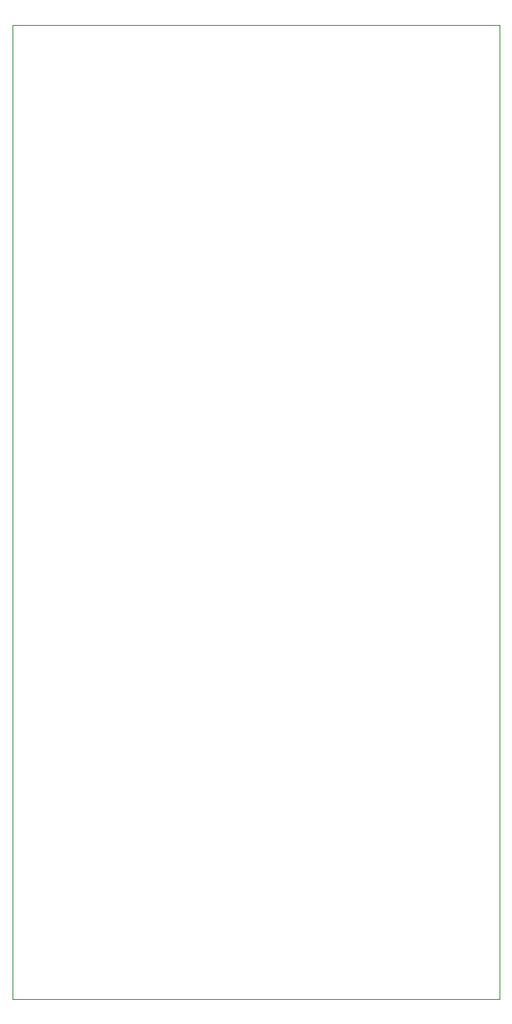
<source format=gbr>
G04 #@! TF.FileFunction,Profile,NP*
%FSLAX46Y46*%
G04 Gerber Fmt 4.6, Leading zero omitted, Abs format (unit mm)*
G04 Created by KiCad (PCBNEW (2015-03-23 BZR 5533)-product) date Thu 07 May 2015 15:46:32 SAST*
%MOMM*%
G01*
G04 APERTURE LIST*
%ADD10C,0.100000*%
G04 APERTURE END LIST*
D10*
X111760000Y-140970000D02*
X111760000Y-41910000D01*
X161290000Y-140970000D02*
X111760000Y-140970000D01*
X161290000Y-41910000D02*
X161290000Y-140970000D01*
X111760000Y-41910000D02*
X161290000Y-41910000D01*
M02*

</source>
